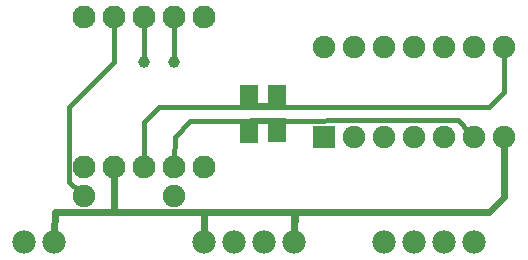
<source format=gbl>
G04 MADE WITH FRITZING*
G04 WWW.FRITZING.ORG*
G04 DOUBLE SIDED*
G04 HOLES PLATED*
G04 CONTOUR ON CENTER OF CONTOUR VECTOR*
%ASAXBY*%
%FSLAX23Y23*%
%MOIN*%
%OFA0B0*%
%SFA1.0B1.0*%
%ADD10C,0.075000*%
%ADD11C,0.076000*%
%ADD12C,0.078000*%
%ADD13C,0.039370*%
%ADD14R,0.075000X0.075000*%
%ADD15R,0.063551X0.079280*%
%ADD16R,0.085470X0.022222*%
%ADD17C,0.024000*%
%ADD18C,0.016000*%
%LNCOPPER0*%
G90*
G70*
G54D10*
X439Y261D03*
X739Y261D03*
G54D11*
X439Y356D03*
X539Y356D03*
X639Y356D03*
X739Y356D03*
X839Y356D03*
X439Y856D03*
X539Y856D03*
X639Y856D03*
X739Y856D03*
X839Y856D03*
G54D10*
X1239Y456D03*
X1239Y756D03*
X1339Y456D03*
X1339Y756D03*
X1439Y456D03*
X1439Y756D03*
X1539Y456D03*
X1539Y756D03*
X1639Y456D03*
X1639Y756D03*
X1739Y456D03*
X1739Y756D03*
X1839Y456D03*
X1839Y756D03*
G54D12*
X839Y106D03*
X939Y106D03*
X1039Y106D03*
X1139Y106D03*
X239Y106D03*
X339Y106D03*
X1439Y106D03*
X1539Y106D03*
X1639Y106D03*
X1739Y106D03*
G54D13*
X639Y706D03*
X739Y706D03*
G54D14*
X1239Y456D03*
G54D15*
X1083Y478D03*
X988Y476D03*
X988Y589D03*
X1083Y591D03*
G54D16*
X1036Y509D03*
X1038Y558D03*
G54D17*
X539Y206D02*
X539Y325D01*
D02*
X340Y206D02*
X539Y206D01*
D02*
X339Y136D02*
X340Y206D01*
D02*
X539Y206D02*
X539Y325D01*
D02*
X838Y206D02*
X539Y206D01*
D02*
X839Y136D02*
X838Y206D01*
D02*
X838Y206D02*
X839Y136D01*
D02*
X1140Y206D02*
X838Y206D01*
D02*
X1139Y136D02*
X1140Y206D01*
D02*
X1138Y206D02*
X1139Y136D01*
D02*
X1788Y206D02*
X1138Y206D01*
D02*
X1839Y257D02*
X1788Y206D01*
D02*
X1839Y427D02*
X1839Y257D01*
G54D18*
D02*
X639Y831D02*
X639Y719D01*
D02*
X1839Y606D02*
X1839Y733D01*
D02*
X1788Y556D02*
X1839Y606D01*
D02*
X689Y556D02*
X1788Y556D01*
D02*
X639Y505D02*
X689Y556D01*
D02*
X639Y381D02*
X639Y505D01*
D02*
X1684Y512D02*
X1723Y472D01*
D02*
X791Y510D02*
X1684Y512D01*
D02*
X740Y456D02*
X791Y510D01*
D02*
X739Y381D02*
X740Y456D01*
D02*
X739Y831D02*
X739Y719D01*
D02*
X388Y556D02*
X539Y705D01*
D02*
X539Y705D02*
X539Y831D01*
D02*
X388Y305D02*
X388Y556D01*
D02*
X422Y276D02*
X388Y305D01*
G04 End of Copper0*
M02*
</source>
